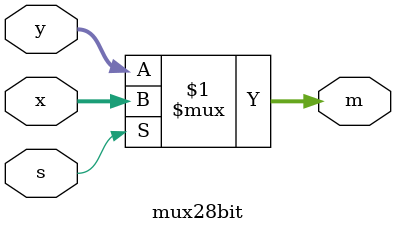
<source format=sv>
module mux28bit(input logic [7:0] x,y,
                input logic s,
					 output logic [7:0] m);
					 
assign m = s ? x : y;

endmodule 
</source>
